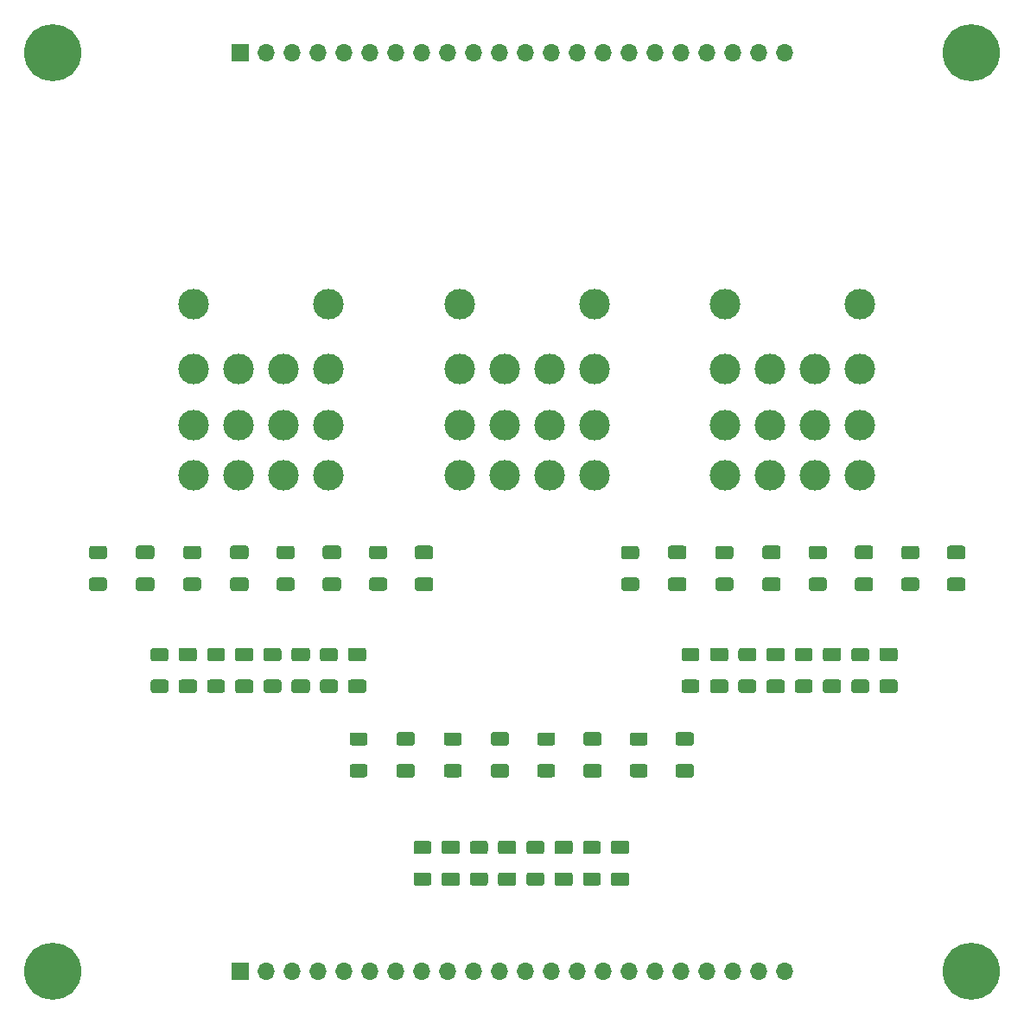
<source format=gbr>
%TF.GenerationSoftware,KiCad,Pcbnew,(5.1.9)-1*%
%TF.CreationDate,2021-11-07T00:19:35+01:00*%
%TF.ProjectId,RelayBoard,52656c61-7942-46f6-9172-642e6b696361,Version 1 *%
%TF.SameCoordinates,Original*%
%TF.FileFunction,Soldermask,Top*%
%TF.FilePolarity,Negative*%
%FSLAX46Y46*%
G04 Gerber Fmt 4.6, Leading zero omitted, Abs format (unit mm)*
G04 Created by KiCad (PCBNEW (5.1.9)-1) date 2021-11-07 00:19:35*
%MOMM*%
%LPD*%
G01*
G04 APERTURE LIST*
%ADD10C,5.600000*%
%ADD11R,1.700000X1.700000*%
%ADD12O,1.700000X1.700000*%
%ADD13C,3.000000*%
G04 APERTURE END LIST*
%TO.C,C1*%
G36*
G01*
X84707143Y-159840000D02*
X83407141Y-159840000D01*
G75*
G02*
X83157142Y-159590001I0J249999D01*
G01*
X83157142Y-158764999D01*
G75*
G02*
X83407141Y-158515000I249999J0D01*
G01*
X84707143Y-158515000D01*
G75*
G02*
X84957142Y-158764999I0J-249999D01*
G01*
X84957142Y-159590001D01*
G75*
G02*
X84707143Y-159840000I-249999J0D01*
G01*
G37*
G36*
G01*
X84707143Y-162965000D02*
X83407141Y-162965000D01*
G75*
G02*
X83157142Y-162715001I0J249999D01*
G01*
X83157142Y-161889999D01*
G75*
G02*
X83407141Y-161640000I249999J0D01*
G01*
X84707143Y-161640000D01*
G75*
G02*
X84957142Y-161889999I0J-249999D01*
G01*
X84957142Y-162715001D01*
G75*
G02*
X84707143Y-162965000I-249999J0D01*
G01*
G37*
%TD*%
%TO.C,C2*%
G36*
G01*
X79175715Y-162965000D02*
X77875713Y-162965000D01*
G75*
G02*
X77625714Y-162715001I0J249999D01*
G01*
X77625714Y-161889999D01*
G75*
G02*
X77875713Y-161640000I249999J0D01*
G01*
X79175715Y-161640000D01*
G75*
G02*
X79425714Y-161889999I0J-249999D01*
G01*
X79425714Y-162715001D01*
G75*
G02*
X79175715Y-162965000I-249999J0D01*
G01*
G37*
G36*
G01*
X79175715Y-159840000D02*
X77875713Y-159840000D01*
G75*
G02*
X77625714Y-159590001I0J249999D01*
G01*
X77625714Y-158764999D01*
G75*
G02*
X77875713Y-158515000I249999J0D01*
G01*
X79175715Y-158515000D01*
G75*
G02*
X79425714Y-158764999I0J-249999D01*
G01*
X79425714Y-159590001D01*
G75*
G02*
X79175715Y-159840000I-249999J0D01*
G01*
G37*
%TD*%
%TO.C,C3*%
G36*
G01*
X90238571Y-159840000D02*
X88938569Y-159840000D01*
G75*
G02*
X88688570Y-159590001I0J249999D01*
G01*
X88688570Y-158764999D01*
G75*
G02*
X88938569Y-158515000I249999J0D01*
G01*
X90238571Y-158515000D01*
G75*
G02*
X90488570Y-158764999I0J-249999D01*
G01*
X90488570Y-159590001D01*
G75*
G02*
X90238571Y-159840000I-249999J0D01*
G01*
G37*
G36*
G01*
X90238571Y-162965000D02*
X88938569Y-162965000D01*
G75*
G02*
X88688570Y-162715001I0J249999D01*
G01*
X88688570Y-161889999D01*
G75*
G02*
X88938569Y-161640000I249999J0D01*
G01*
X90238571Y-161640000D01*
G75*
G02*
X90488570Y-161889999I0J-249999D01*
G01*
X90488570Y-162715001D01*
G75*
G02*
X90238571Y-162965000I-249999J0D01*
G01*
G37*
%TD*%
%TO.C,C4*%
G36*
G01*
X95770001Y-159840000D02*
X94469999Y-159840000D01*
G75*
G02*
X94220000Y-159590001I0J249999D01*
G01*
X94220000Y-158764999D01*
G75*
G02*
X94469999Y-158515000I249999J0D01*
G01*
X95770001Y-158515000D01*
G75*
G02*
X96020000Y-158764999I0J-249999D01*
G01*
X96020000Y-159590001D01*
G75*
G02*
X95770001Y-159840000I-249999J0D01*
G01*
G37*
G36*
G01*
X95770001Y-162965000D02*
X94469999Y-162965000D01*
G75*
G02*
X94220000Y-162715001I0J249999D01*
G01*
X94220000Y-161889999D01*
G75*
G02*
X94469999Y-161640000I249999J0D01*
G01*
X95770001Y-161640000D01*
G75*
G02*
X96020000Y-161889999I0J-249999D01*
G01*
X96020000Y-162715001D01*
G75*
G02*
X95770001Y-162965000I-249999J0D01*
G01*
G37*
%TD*%
%TO.C,C5*%
G36*
G01*
X84230001Y-149840000D02*
X82929999Y-149840000D01*
G75*
G02*
X82680000Y-149590001I0J249999D01*
G01*
X82680000Y-148764999D01*
G75*
G02*
X82929999Y-148515000I249999J0D01*
G01*
X84230001Y-148515000D01*
G75*
G02*
X84480000Y-148764999I0J-249999D01*
G01*
X84480000Y-149590001D01*
G75*
G02*
X84230001Y-149840000I-249999J0D01*
G01*
G37*
G36*
G01*
X84230001Y-152965000D02*
X82929999Y-152965000D01*
G75*
G02*
X82680000Y-152715001I0J249999D01*
G01*
X82680000Y-151889999D01*
G75*
G02*
X82929999Y-151640000I249999J0D01*
G01*
X84230001Y-151640000D01*
G75*
G02*
X84480000Y-151889999I0J-249999D01*
G01*
X84480000Y-152715001D01*
G75*
G02*
X84230001Y-152965000I-249999J0D01*
G01*
G37*
%TD*%
%TO.C,C6*%
G36*
G01*
X74996667Y-152965000D02*
X73696665Y-152965000D01*
G75*
G02*
X73446666Y-152715001I0J249999D01*
G01*
X73446666Y-151889999D01*
G75*
G02*
X73696665Y-151640000I249999J0D01*
G01*
X74996667Y-151640000D01*
G75*
G02*
X75246666Y-151889999I0J-249999D01*
G01*
X75246666Y-152715001D01*
G75*
G02*
X74996667Y-152965000I-249999J0D01*
G01*
G37*
G36*
G01*
X74996667Y-149840000D02*
X73696665Y-149840000D01*
G75*
G02*
X73446666Y-149590001I0J249999D01*
G01*
X73446666Y-148764999D01*
G75*
G02*
X73696665Y-148515000I249999J0D01*
G01*
X74996667Y-148515000D01*
G75*
G02*
X75246666Y-148764999I0J-249999D01*
G01*
X75246666Y-149590001D01*
G75*
G02*
X74996667Y-149840000I-249999J0D01*
G01*
G37*
%TD*%
%TO.C,C7*%
G36*
G01*
X93292857Y-149840000D02*
X91992855Y-149840000D01*
G75*
G02*
X91742856Y-149590001I0J249999D01*
G01*
X91742856Y-148764999D01*
G75*
G02*
X91992855Y-148515000I249999J0D01*
G01*
X93292857Y-148515000D01*
G75*
G02*
X93542856Y-148764999I0J-249999D01*
G01*
X93542856Y-149590001D01*
G75*
G02*
X93292857Y-149840000I-249999J0D01*
G01*
G37*
G36*
G01*
X93292857Y-152965000D02*
X91992855Y-152965000D01*
G75*
G02*
X91742856Y-152715001I0J249999D01*
G01*
X91742856Y-151889999D01*
G75*
G02*
X91992855Y-151640000I249999J0D01*
G01*
X93292857Y-151640000D01*
G75*
G02*
X93542856Y-151889999I0J-249999D01*
G01*
X93542856Y-152715001D01*
G75*
G02*
X93292857Y-152965000I-249999J0D01*
G01*
G37*
%TD*%
%TO.C,C8*%
G36*
G01*
X102322857Y-152965000D02*
X101022855Y-152965000D01*
G75*
G02*
X100772856Y-152715001I0J249999D01*
G01*
X100772856Y-151889999D01*
G75*
G02*
X101022855Y-151640000I249999J0D01*
G01*
X102322857Y-151640000D01*
G75*
G02*
X102572856Y-151889999I0J-249999D01*
G01*
X102572856Y-152715001D01*
G75*
G02*
X102322857Y-152965000I-249999J0D01*
G01*
G37*
G36*
G01*
X102322857Y-149840000D02*
X101022855Y-149840000D01*
G75*
G02*
X100772856Y-149590001I0J249999D01*
G01*
X100772856Y-148764999D01*
G75*
G02*
X101022855Y-148515000I249999J0D01*
G01*
X102322857Y-148515000D01*
G75*
G02*
X102572856Y-148764999I0J-249999D01*
G01*
X102572856Y-149590001D01*
G75*
G02*
X102322857Y-149840000I-249999J0D01*
G01*
G37*
%TD*%
%TO.C,C9*%
G36*
G01*
X136767143Y-162965000D02*
X135467141Y-162965000D01*
G75*
G02*
X135217142Y-162715001I0J249999D01*
G01*
X135217142Y-161889999D01*
G75*
G02*
X135467141Y-161640000I249999J0D01*
G01*
X136767143Y-161640000D01*
G75*
G02*
X137017142Y-161889999I0J-249999D01*
G01*
X137017142Y-162715001D01*
G75*
G02*
X136767143Y-162965000I-249999J0D01*
G01*
G37*
G36*
G01*
X136767143Y-159840000D02*
X135467141Y-159840000D01*
G75*
G02*
X135217142Y-159590001I0J249999D01*
G01*
X135217142Y-158764999D01*
G75*
G02*
X135467141Y-158515000I249999J0D01*
G01*
X136767143Y-158515000D01*
G75*
G02*
X137017142Y-158764999I0J-249999D01*
G01*
X137017142Y-159590001D01*
G75*
G02*
X136767143Y-159840000I-249999J0D01*
G01*
G37*
%TD*%
%TO.C,C10*%
G36*
G01*
X131235715Y-162965000D02*
X129935713Y-162965000D01*
G75*
G02*
X129685714Y-162715001I0J249999D01*
G01*
X129685714Y-161889999D01*
G75*
G02*
X129935713Y-161640000I249999J0D01*
G01*
X131235715Y-161640000D01*
G75*
G02*
X131485714Y-161889999I0J-249999D01*
G01*
X131485714Y-162715001D01*
G75*
G02*
X131235715Y-162965000I-249999J0D01*
G01*
G37*
G36*
G01*
X131235715Y-159840000D02*
X129935713Y-159840000D01*
G75*
G02*
X129685714Y-159590001I0J249999D01*
G01*
X129685714Y-158764999D01*
G75*
G02*
X129935713Y-158515000I249999J0D01*
G01*
X131235715Y-158515000D01*
G75*
G02*
X131485714Y-158764999I0J-249999D01*
G01*
X131485714Y-159590001D01*
G75*
G02*
X131235715Y-159840000I-249999J0D01*
G01*
G37*
%TD*%
%TO.C,C11*%
G36*
G01*
X142298571Y-159840000D02*
X140998569Y-159840000D01*
G75*
G02*
X140748570Y-159590001I0J249999D01*
G01*
X140748570Y-158764999D01*
G75*
G02*
X140998569Y-158515000I249999J0D01*
G01*
X142298571Y-158515000D01*
G75*
G02*
X142548570Y-158764999I0J-249999D01*
G01*
X142548570Y-159590001D01*
G75*
G02*
X142298571Y-159840000I-249999J0D01*
G01*
G37*
G36*
G01*
X142298571Y-162965000D02*
X140998569Y-162965000D01*
G75*
G02*
X140748570Y-162715001I0J249999D01*
G01*
X140748570Y-161889999D01*
G75*
G02*
X140998569Y-161640000I249999J0D01*
G01*
X142298571Y-161640000D01*
G75*
G02*
X142548570Y-161889999I0J-249999D01*
G01*
X142548570Y-162715001D01*
G75*
G02*
X142298571Y-162965000I-249999J0D01*
G01*
G37*
%TD*%
%TO.C,C12*%
G36*
G01*
X147830001Y-159840000D02*
X146529999Y-159840000D01*
G75*
G02*
X146280000Y-159590001I0J249999D01*
G01*
X146280000Y-158764999D01*
G75*
G02*
X146529999Y-158515000I249999J0D01*
G01*
X147830001Y-158515000D01*
G75*
G02*
X148080000Y-158764999I0J-249999D01*
G01*
X148080000Y-159590001D01*
G75*
G02*
X147830001Y-159840000I-249999J0D01*
G01*
G37*
G36*
G01*
X147830001Y-162965000D02*
X146529999Y-162965000D01*
G75*
G02*
X146280000Y-162715001I0J249999D01*
G01*
X146280000Y-161889999D01*
G75*
G02*
X146529999Y-161640000I249999J0D01*
G01*
X147830001Y-161640000D01*
G75*
G02*
X148080000Y-161889999I0J-249999D01*
G01*
X148080000Y-162715001D01*
G75*
G02*
X147830001Y-162965000I-249999J0D01*
G01*
G37*
%TD*%
%TO.C,C13*%
G36*
G01*
X136370001Y-152965000D02*
X135069999Y-152965000D01*
G75*
G02*
X134820000Y-152715001I0J249999D01*
G01*
X134820000Y-151889999D01*
G75*
G02*
X135069999Y-151640000I249999J0D01*
G01*
X136370001Y-151640000D01*
G75*
G02*
X136620000Y-151889999I0J-249999D01*
G01*
X136620000Y-152715001D01*
G75*
G02*
X136370001Y-152965000I-249999J0D01*
G01*
G37*
G36*
G01*
X136370001Y-149840000D02*
X135069999Y-149840000D01*
G75*
G02*
X134820000Y-149590001I0J249999D01*
G01*
X134820000Y-148764999D01*
G75*
G02*
X135069999Y-148515000I249999J0D01*
G01*
X136370001Y-148515000D01*
G75*
G02*
X136620000Y-148764999I0J-249999D01*
G01*
X136620000Y-149590001D01*
G75*
G02*
X136370001Y-149840000I-249999J0D01*
G01*
G37*
%TD*%
%TO.C,C14*%
G36*
G01*
X127136667Y-152965000D02*
X125836665Y-152965000D01*
G75*
G02*
X125586666Y-152715001I0J249999D01*
G01*
X125586666Y-151889999D01*
G75*
G02*
X125836665Y-151640000I249999J0D01*
G01*
X127136667Y-151640000D01*
G75*
G02*
X127386666Y-151889999I0J-249999D01*
G01*
X127386666Y-152715001D01*
G75*
G02*
X127136667Y-152965000I-249999J0D01*
G01*
G37*
G36*
G01*
X127136667Y-149840000D02*
X125836665Y-149840000D01*
G75*
G02*
X125586666Y-149590001I0J249999D01*
G01*
X125586666Y-148764999D01*
G75*
G02*
X125836665Y-148515000I249999J0D01*
G01*
X127136667Y-148515000D01*
G75*
G02*
X127386666Y-148764999I0J-249999D01*
G01*
X127386666Y-149590001D01*
G75*
G02*
X127136667Y-149840000I-249999J0D01*
G01*
G37*
%TD*%
%TO.C,C15*%
G36*
G01*
X145432857Y-149840000D02*
X144132855Y-149840000D01*
G75*
G02*
X143882856Y-149590001I0J249999D01*
G01*
X143882856Y-148764999D01*
G75*
G02*
X144132855Y-148515000I249999J0D01*
G01*
X145432857Y-148515000D01*
G75*
G02*
X145682856Y-148764999I0J-249999D01*
G01*
X145682856Y-149590001D01*
G75*
G02*
X145432857Y-149840000I-249999J0D01*
G01*
G37*
G36*
G01*
X145432857Y-152965000D02*
X144132855Y-152965000D01*
G75*
G02*
X143882856Y-152715001I0J249999D01*
G01*
X143882856Y-151889999D01*
G75*
G02*
X144132855Y-151640000I249999J0D01*
G01*
X145432857Y-151640000D01*
G75*
G02*
X145682856Y-151889999I0J-249999D01*
G01*
X145682856Y-152715001D01*
G75*
G02*
X145432857Y-152965000I-249999J0D01*
G01*
G37*
%TD*%
%TO.C,C16*%
G36*
G01*
X154462857Y-152965000D02*
X153162855Y-152965000D01*
G75*
G02*
X152912856Y-152715001I0J249999D01*
G01*
X152912856Y-151889999D01*
G75*
G02*
X153162855Y-151640000I249999J0D01*
G01*
X154462857Y-151640000D01*
G75*
G02*
X154712856Y-151889999I0J-249999D01*
G01*
X154712856Y-152715001D01*
G75*
G02*
X154462857Y-152965000I-249999J0D01*
G01*
G37*
G36*
G01*
X154462857Y-149840000D02*
X153162855Y-149840000D01*
G75*
G02*
X152912856Y-149590001I0J249999D01*
G01*
X152912856Y-148764999D01*
G75*
G02*
X153162855Y-148515000I249999J0D01*
G01*
X154462857Y-148515000D01*
G75*
G02*
X154712856Y-148764999I0J-249999D01*
G01*
X154712856Y-149590001D01*
G75*
G02*
X154462857Y-149840000I-249999J0D01*
G01*
G37*
%TD*%
%TO.C,C17*%
G36*
G01*
X110467143Y-178730000D02*
X109167141Y-178730000D01*
G75*
G02*
X108917142Y-178480001I0J249999D01*
G01*
X108917142Y-177654999D01*
G75*
G02*
X109167141Y-177405000I249999J0D01*
G01*
X110467143Y-177405000D01*
G75*
G02*
X110717142Y-177654999I0J-249999D01*
G01*
X110717142Y-178480001D01*
G75*
G02*
X110467143Y-178730000I-249999J0D01*
G01*
G37*
G36*
G01*
X110467143Y-181855000D02*
X109167141Y-181855000D01*
G75*
G02*
X108917142Y-181605001I0J249999D01*
G01*
X108917142Y-180779999D01*
G75*
G02*
X109167141Y-180530000I249999J0D01*
G01*
X110467143Y-180530000D01*
G75*
G02*
X110717142Y-180779999I0J-249999D01*
G01*
X110717142Y-181605001D01*
G75*
G02*
X110467143Y-181855000I-249999J0D01*
G01*
G37*
%TD*%
%TO.C,C18*%
G36*
G01*
X104935715Y-178730000D02*
X103635713Y-178730000D01*
G75*
G02*
X103385714Y-178480001I0J249999D01*
G01*
X103385714Y-177654999D01*
G75*
G02*
X103635713Y-177405000I249999J0D01*
G01*
X104935715Y-177405000D01*
G75*
G02*
X105185714Y-177654999I0J-249999D01*
G01*
X105185714Y-178480001D01*
G75*
G02*
X104935715Y-178730000I-249999J0D01*
G01*
G37*
G36*
G01*
X104935715Y-181855000D02*
X103635713Y-181855000D01*
G75*
G02*
X103385714Y-181605001I0J249999D01*
G01*
X103385714Y-180779999D01*
G75*
G02*
X103635713Y-180530000I249999J0D01*
G01*
X104935715Y-180530000D01*
G75*
G02*
X105185714Y-180779999I0J-249999D01*
G01*
X105185714Y-181605001D01*
G75*
G02*
X104935715Y-181855000I-249999J0D01*
G01*
G37*
%TD*%
%TO.C,C19*%
G36*
G01*
X115998571Y-181855000D02*
X114698569Y-181855000D01*
G75*
G02*
X114448570Y-181605001I0J249999D01*
G01*
X114448570Y-180779999D01*
G75*
G02*
X114698569Y-180530000I249999J0D01*
G01*
X115998571Y-180530000D01*
G75*
G02*
X116248570Y-180779999I0J-249999D01*
G01*
X116248570Y-181605001D01*
G75*
G02*
X115998571Y-181855000I-249999J0D01*
G01*
G37*
G36*
G01*
X115998571Y-178730000D02*
X114698569Y-178730000D01*
G75*
G02*
X114448570Y-178480001I0J249999D01*
G01*
X114448570Y-177654999D01*
G75*
G02*
X114698569Y-177405000I249999J0D01*
G01*
X115998571Y-177405000D01*
G75*
G02*
X116248570Y-177654999I0J-249999D01*
G01*
X116248570Y-178480001D01*
G75*
G02*
X115998571Y-178730000I-249999J0D01*
G01*
G37*
%TD*%
%TO.C,C20*%
G36*
G01*
X121530001Y-181855000D02*
X120229999Y-181855000D01*
G75*
G02*
X119980000Y-181605001I0J249999D01*
G01*
X119980000Y-180779999D01*
G75*
G02*
X120229999Y-180530000I249999J0D01*
G01*
X121530001Y-180530000D01*
G75*
G02*
X121780000Y-180779999I0J-249999D01*
G01*
X121780000Y-181605001D01*
G75*
G02*
X121530001Y-181855000I-249999J0D01*
G01*
G37*
G36*
G01*
X121530001Y-178730000D02*
X120229999Y-178730000D01*
G75*
G02*
X119980000Y-178480001I0J249999D01*
G01*
X119980000Y-177654999D01*
G75*
G02*
X120229999Y-177405000I249999J0D01*
G01*
X121530001Y-177405000D01*
G75*
G02*
X121780000Y-177654999I0J-249999D01*
G01*
X121780000Y-178480001D01*
G75*
G02*
X121530001Y-178730000I-249999J0D01*
G01*
G37*
%TD*%
%TO.C,C21*%
G36*
G01*
X109760001Y-168110000D02*
X108459999Y-168110000D01*
G75*
G02*
X108210000Y-167860001I0J249999D01*
G01*
X108210000Y-167034999D01*
G75*
G02*
X108459999Y-166785000I249999J0D01*
G01*
X109760001Y-166785000D01*
G75*
G02*
X110010000Y-167034999I0J-249999D01*
G01*
X110010000Y-167860001D01*
G75*
G02*
X109760001Y-168110000I-249999J0D01*
G01*
G37*
G36*
G01*
X109760001Y-171235000D02*
X108459999Y-171235000D01*
G75*
G02*
X108210000Y-170985001I0J249999D01*
G01*
X108210000Y-170159999D01*
G75*
G02*
X108459999Y-169910000I249999J0D01*
G01*
X109760001Y-169910000D01*
G75*
G02*
X110010000Y-170159999I0J-249999D01*
G01*
X110010000Y-170985001D01*
G75*
G02*
X109760001Y-171235000I-249999J0D01*
G01*
G37*
%TD*%
%TO.C,C22*%
G36*
G01*
X100526667Y-168110000D02*
X99226665Y-168110000D01*
G75*
G02*
X98976666Y-167860001I0J249999D01*
G01*
X98976666Y-167034999D01*
G75*
G02*
X99226665Y-166785000I249999J0D01*
G01*
X100526667Y-166785000D01*
G75*
G02*
X100776666Y-167034999I0J-249999D01*
G01*
X100776666Y-167860001D01*
G75*
G02*
X100526667Y-168110000I-249999J0D01*
G01*
G37*
G36*
G01*
X100526667Y-171235000D02*
X99226665Y-171235000D01*
G75*
G02*
X98976666Y-170985001I0J249999D01*
G01*
X98976666Y-170159999D01*
G75*
G02*
X99226665Y-169910000I249999J0D01*
G01*
X100526667Y-169910000D01*
G75*
G02*
X100776666Y-170159999I0J-249999D01*
G01*
X100776666Y-170985001D01*
G75*
G02*
X100526667Y-171235000I-249999J0D01*
G01*
G37*
%TD*%
%TO.C,C23*%
G36*
G01*
X118822857Y-171235000D02*
X117522855Y-171235000D01*
G75*
G02*
X117272856Y-170985001I0J249999D01*
G01*
X117272856Y-170159999D01*
G75*
G02*
X117522855Y-169910000I249999J0D01*
G01*
X118822857Y-169910000D01*
G75*
G02*
X119072856Y-170159999I0J-249999D01*
G01*
X119072856Y-170985001D01*
G75*
G02*
X118822857Y-171235000I-249999J0D01*
G01*
G37*
G36*
G01*
X118822857Y-168110000D02*
X117522855Y-168110000D01*
G75*
G02*
X117272856Y-167860001I0J249999D01*
G01*
X117272856Y-167034999D01*
G75*
G02*
X117522855Y-166785000I249999J0D01*
G01*
X118822857Y-166785000D01*
G75*
G02*
X119072856Y-167034999I0J-249999D01*
G01*
X119072856Y-167860001D01*
G75*
G02*
X118822857Y-168110000I-249999J0D01*
G01*
G37*
%TD*%
%TO.C,C24*%
G36*
G01*
X127852857Y-171235000D02*
X126552855Y-171235000D01*
G75*
G02*
X126302856Y-170985001I0J249999D01*
G01*
X126302856Y-170159999D01*
G75*
G02*
X126552855Y-169910000I249999J0D01*
G01*
X127852857Y-169910000D01*
G75*
G02*
X128102856Y-170159999I0J-249999D01*
G01*
X128102856Y-170985001D01*
G75*
G02*
X127852857Y-171235000I-249999J0D01*
G01*
G37*
G36*
G01*
X127852857Y-168110000D02*
X126552855Y-168110000D01*
G75*
G02*
X126302856Y-167860001I0J249999D01*
G01*
X126302856Y-167034999D01*
G75*
G02*
X126552855Y-166785000I249999J0D01*
G01*
X127852857Y-166785000D01*
G75*
G02*
X128102856Y-167034999I0J-249999D01*
G01*
X128102856Y-167860001D01*
G75*
G02*
X127852857Y-168110000I-249999J0D01*
G01*
G37*
%TD*%
D10*
%TO.C,H1*%
X155320000Y-100190000D03*
%TD*%
%TO.C,H2*%
X65320000Y-190190000D03*
%TD*%
%TO.C,H3*%
X65320000Y-100190000D03*
%TD*%
%TO.C,H4*%
X155320000Y-190190000D03*
%TD*%
D11*
%TO.C,1*%
X83665000Y-100215000D03*
D12*
X86205000Y-100215000D03*
X88745000Y-100215000D03*
X91285000Y-100215000D03*
X93825000Y-100215000D03*
X96365000Y-100215000D03*
X98905000Y-100215000D03*
X101445000Y-100215000D03*
X103985000Y-100215000D03*
X106525000Y-100215000D03*
X109065000Y-100215000D03*
X111605000Y-100215000D03*
X114145000Y-100215000D03*
X116685000Y-100215000D03*
X119225000Y-100215000D03*
X121765000Y-100215000D03*
X124305000Y-100215000D03*
X126845000Y-100215000D03*
X129385000Y-100215000D03*
X131925000Y-100215000D03*
X134465000Y-100215000D03*
X137005000Y-100215000D03*
%TD*%
%TO.C,44*%
X137005000Y-190215000D03*
X134465000Y-190215000D03*
X131925000Y-190215000D03*
X129385000Y-190215000D03*
X126845000Y-190215000D03*
X124305000Y-190215000D03*
X121765000Y-190215000D03*
X119225000Y-190215000D03*
X116685000Y-190215000D03*
X114145000Y-190215000D03*
X111605000Y-190215000D03*
X109065000Y-190215000D03*
X106525000Y-190215000D03*
X103985000Y-190215000D03*
X101445000Y-190215000D03*
X98905000Y-190215000D03*
X96365000Y-190215000D03*
X93825000Y-190215000D03*
X91285000Y-190215000D03*
X88745000Y-190215000D03*
X86205000Y-190215000D03*
D11*
X83665000Y-190215000D03*
%TD*%
D13*
%TO.C,K1*%
X79130001Y-141640001D03*
X83530001Y-141640001D03*
X87930001Y-141640001D03*
X92330001Y-141640001D03*
X79130001Y-136740001D03*
X83530001Y-136740001D03*
X87930001Y-136740001D03*
X92330001Y-136740001D03*
X79130001Y-131240001D03*
X83530001Y-131240001D03*
X87930001Y-131240001D03*
X92330001Y-131240001D03*
X79130001Y-124890001D03*
X92330001Y-124890001D03*
%TD*%
%TO.C,K3*%
X144350000Y-124890001D03*
X131150000Y-124890001D03*
X144350000Y-131240001D03*
X139950000Y-131240001D03*
X135550000Y-131240001D03*
X131150000Y-131240001D03*
X144350000Y-136740001D03*
X139950000Y-136740001D03*
X135550000Y-136740001D03*
X131150000Y-136740001D03*
X144350000Y-141640001D03*
X139950000Y-141640001D03*
X135550000Y-141640001D03*
X131150000Y-141640001D03*
%TD*%
%TO.C,K2*%
X105140000Y-141640001D03*
X109540000Y-141640001D03*
X113940000Y-141640001D03*
X118340000Y-141640001D03*
X105140000Y-136740001D03*
X109540000Y-136740001D03*
X113940000Y-136740001D03*
X118340000Y-136740001D03*
X105140000Y-131240001D03*
X109540000Y-131240001D03*
X113940000Y-131240001D03*
X118340000Y-131240001D03*
X105140000Y-124890001D03*
X118340000Y-124890001D03*
%TD*%
%TO.C,R1*%
G36*
G01*
X81916428Y-159840000D02*
X80666428Y-159840000D01*
G75*
G02*
X80416428Y-159590000I0J250000D01*
G01*
X80416428Y-158790000D01*
G75*
G02*
X80666428Y-158540000I250000J0D01*
G01*
X81916428Y-158540000D01*
G75*
G02*
X82166428Y-158790000I0J-250000D01*
G01*
X82166428Y-159590000D01*
G75*
G02*
X81916428Y-159840000I-250000J0D01*
G01*
G37*
G36*
G01*
X81916428Y-162940000D02*
X80666428Y-162940000D01*
G75*
G02*
X80416428Y-162690000I0J250000D01*
G01*
X80416428Y-161890000D01*
G75*
G02*
X80666428Y-161640000I250000J0D01*
G01*
X81916428Y-161640000D01*
G75*
G02*
X82166428Y-161890000I0J-250000D01*
G01*
X82166428Y-162690000D01*
G75*
G02*
X81916428Y-162940000I-250000J0D01*
G01*
G37*
%TD*%
%TO.C,R2*%
G36*
G01*
X76385000Y-159840000D02*
X75135000Y-159840000D01*
G75*
G02*
X74885000Y-159590000I0J250000D01*
G01*
X74885000Y-158790000D01*
G75*
G02*
X75135000Y-158540000I250000J0D01*
G01*
X76385000Y-158540000D01*
G75*
G02*
X76635000Y-158790000I0J-250000D01*
G01*
X76635000Y-159590000D01*
G75*
G02*
X76385000Y-159840000I-250000J0D01*
G01*
G37*
G36*
G01*
X76385000Y-162940000D02*
X75135000Y-162940000D01*
G75*
G02*
X74885000Y-162690000I0J250000D01*
G01*
X74885000Y-161890000D01*
G75*
G02*
X75135000Y-161640000I250000J0D01*
G01*
X76385000Y-161640000D01*
G75*
G02*
X76635000Y-161890000I0J-250000D01*
G01*
X76635000Y-162690000D01*
G75*
G02*
X76385000Y-162940000I-250000J0D01*
G01*
G37*
%TD*%
%TO.C,R3*%
G36*
G01*
X87447856Y-159840000D02*
X86197856Y-159840000D01*
G75*
G02*
X85947856Y-159590000I0J250000D01*
G01*
X85947856Y-158790000D01*
G75*
G02*
X86197856Y-158540000I250000J0D01*
G01*
X87447856Y-158540000D01*
G75*
G02*
X87697856Y-158790000I0J-250000D01*
G01*
X87697856Y-159590000D01*
G75*
G02*
X87447856Y-159840000I-250000J0D01*
G01*
G37*
G36*
G01*
X87447856Y-162940000D02*
X86197856Y-162940000D01*
G75*
G02*
X85947856Y-162690000I0J250000D01*
G01*
X85947856Y-161890000D01*
G75*
G02*
X86197856Y-161640000I250000J0D01*
G01*
X87447856Y-161640000D01*
G75*
G02*
X87697856Y-161890000I0J-250000D01*
G01*
X87697856Y-162690000D01*
G75*
G02*
X87447856Y-162940000I-250000J0D01*
G01*
G37*
%TD*%
%TO.C,R4*%
G36*
G01*
X92979284Y-162940000D02*
X91729284Y-162940000D01*
G75*
G02*
X91479284Y-162690000I0J250000D01*
G01*
X91479284Y-161890000D01*
G75*
G02*
X91729284Y-161640000I250000J0D01*
G01*
X92979284Y-161640000D01*
G75*
G02*
X93229284Y-161890000I0J-250000D01*
G01*
X93229284Y-162690000D01*
G75*
G02*
X92979284Y-162940000I-250000J0D01*
G01*
G37*
G36*
G01*
X92979284Y-159840000D02*
X91729284Y-159840000D01*
G75*
G02*
X91479284Y-159590000I0J250000D01*
G01*
X91479284Y-158790000D01*
G75*
G02*
X91729284Y-158540000I250000J0D01*
G01*
X92979284Y-158540000D01*
G75*
G02*
X93229284Y-158790000I0J-250000D01*
G01*
X93229284Y-159590000D01*
G75*
G02*
X92979284Y-159840000I-250000J0D01*
G01*
G37*
%TD*%
%TO.C,R5*%
G36*
G01*
X79588332Y-152940000D02*
X78338332Y-152940000D01*
G75*
G02*
X78088332Y-152690000I0J250000D01*
G01*
X78088332Y-151890000D01*
G75*
G02*
X78338332Y-151640000I250000J0D01*
G01*
X79588332Y-151640000D01*
G75*
G02*
X79838332Y-151890000I0J-250000D01*
G01*
X79838332Y-152690000D01*
G75*
G02*
X79588332Y-152940000I-250000J0D01*
G01*
G37*
G36*
G01*
X79588332Y-149840000D02*
X78338332Y-149840000D01*
G75*
G02*
X78088332Y-149590000I0J250000D01*
G01*
X78088332Y-148790000D01*
G75*
G02*
X78338332Y-148540000I250000J0D01*
G01*
X79588332Y-148540000D01*
G75*
G02*
X79838332Y-148790000I0J-250000D01*
G01*
X79838332Y-149590000D01*
G75*
G02*
X79588332Y-149840000I-250000J0D01*
G01*
G37*
%TD*%
%TO.C,R6*%
G36*
G01*
X70355000Y-149840000D02*
X69105000Y-149840000D01*
G75*
G02*
X68855000Y-149590000I0J250000D01*
G01*
X68855000Y-148790000D01*
G75*
G02*
X69105000Y-148540000I250000J0D01*
G01*
X70355000Y-148540000D01*
G75*
G02*
X70605000Y-148790000I0J-250000D01*
G01*
X70605000Y-149590000D01*
G75*
G02*
X70355000Y-149840000I-250000J0D01*
G01*
G37*
G36*
G01*
X70355000Y-152940000D02*
X69105000Y-152940000D01*
G75*
G02*
X68855000Y-152690000I0J250000D01*
G01*
X68855000Y-151890000D01*
G75*
G02*
X69105000Y-151640000I250000J0D01*
G01*
X70355000Y-151640000D01*
G75*
G02*
X70605000Y-151890000I0J-250000D01*
G01*
X70605000Y-152690000D01*
G75*
G02*
X70355000Y-152940000I-250000J0D01*
G01*
G37*
%TD*%
%TO.C,R7*%
G36*
G01*
X88736428Y-149840000D02*
X87486428Y-149840000D01*
G75*
G02*
X87236428Y-149590000I0J250000D01*
G01*
X87236428Y-148790000D01*
G75*
G02*
X87486428Y-148540000I250000J0D01*
G01*
X88736428Y-148540000D01*
G75*
G02*
X88986428Y-148790000I0J-250000D01*
G01*
X88986428Y-149590000D01*
G75*
G02*
X88736428Y-149840000I-250000J0D01*
G01*
G37*
G36*
G01*
X88736428Y-152940000D02*
X87486428Y-152940000D01*
G75*
G02*
X87236428Y-152690000I0J250000D01*
G01*
X87236428Y-151890000D01*
G75*
G02*
X87486428Y-151640000I250000J0D01*
G01*
X88736428Y-151640000D01*
G75*
G02*
X88986428Y-151890000I0J-250000D01*
G01*
X88986428Y-152690000D01*
G75*
G02*
X88736428Y-152940000I-250000J0D01*
G01*
G37*
%TD*%
%TO.C,R8*%
G36*
G01*
X97799284Y-152940000D02*
X96549284Y-152940000D01*
G75*
G02*
X96299284Y-152690000I0J250000D01*
G01*
X96299284Y-151890000D01*
G75*
G02*
X96549284Y-151640000I250000J0D01*
G01*
X97799284Y-151640000D01*
G75*
G02*
X98049284Y-151890000I0J-250000D01*
G01*
X98049284Y-152690000D01*
G75*
G02*
X97799284Y-152940000I-250000J0D01*
G01*
G37*
G36*
G01*
X97799284Y-149840000D02*
X96549284Y-149840000D01*
G75*
G02*
X96299284Y-149590000I0J250000D01*
G01*
X96299284Y-148790000D01*
G75*
G02*
X96549284Y-148540000I250000J0D01*
G01*
X97799284Y-148540000D01*
G75*
G02*
X98049284Y-148790000I0J-250000D01*
G01*
X98049284Y-149590000D01*
G75*
G02*
X97799284Y-149840000I-250000J0D01*
G01*
G37*
%TD*%
%TO.C,R9*%
G36*
G01*
X133976428Y-162940000D02*
X132726428Y-162940000D01*
G75*
G02*
X132476428Y-162690000I0J250000D01*
G01*
X132476428Y-161890000D01*
G75*
G02*
X132726428Y-161640000I250000J0D01*
G01*
X133976428Y-161640000D01*
G75*
G02*
X134226428Y-161890000I0J-250000D01*
G01*
X134226428Y-162690000D01*
G75*
G02*
X133976428Y-162940000I-250000J0D01*
G01*
G37*
G36*
G01*
X133976428Y-159840000D02*
X132726428Y-159840000D01*
G75*
G02*
X132476428Y-159590000I0J250000D01*
G01*
X132476428Y-158790000D01*
G75*
G02*
X132726428Y-158540000I250000J0D01*
G01*
X133976428Y-158540000D01*
G75*
G02*
X134226428Y-158790000I0J-250000D01*
G01*
X134226428Y-159590000D01*
G75*
G02*
X133976428Y-159840000I-250000J0D01*
G01*
G37*
%TD*%
%TO.C,R10*%
G36*
G01*
X128405000Y-159840000D02*
X127155000Y-159840000D01*
G75*
G02*
X126905000Y-159590000I0J250000D01*
G01*
X126905000Y-158790000D01*
G75*
G02*
X127155000Y-158540000I250000J0D01*
G01*
X128405000Y-158540000D01*
G75*
G02*
X128655000Y-158790000I0J-250000D01*
G01*
X128655000Y-159590000D01*
G75*
G02*
X128405000Y-159840000I-250000J0D01*
G01*
G37*
G36*
G01*
X128405000Y-162940000D02*
X127155000Y-162940000D01*
G75*
G02*
X126905000Y-162690000I0J250000D01*
G01*
X126905000Y-161890000D01*
G75*
G02*
X127155000Y-161640000I250000J0D01*
G01*
X128405000Y-161640000D01*
G75*
G02*
X128655000Y-161890000I0J-250000D01*
G01*
X128655000Y-162690000D01*
G75*
G02*
X128405000Y-162940000I-250000J0D01*
G01*
G37*
%TD*%
%TO.C,R11*%
G36*
G01*
X139507856Y-162940000D02*
X138257856Y-162940000D01*
G75*
G02*
X138007856Y-162690000I0J250000D01*
G01*
X138007856Y-161890000D01*
G75*
G02*
X138257856Y-161640000I250000J0D01*
G01*
X139507856Y-161640000D01*
G75*
G02*
X139757856Y-161890000I0J-250000D01*
G01*
X139757856Y-162690000D01*
G75*
G02*
X139507856Y-162940000I-250000J0D01*
G01*
G37*
G36*
G01*
X139507856Y-159840000D02*
X138257856Y-159840000D01*
G75*
G02*
X138007856Y-159590000I0J250000D01*
G01*
X138007856Y-158790000D01*
G75*
G02*
X138257856Y-158540000I250000J0D01*
G01*
X139507856Y-158540000D01*
G75*
G02*
X139757856Y-158790000I0J-250000D01*
G01*
X139757856Y-159590000D01*
G75*
G02*
X139507856Y-159840000I-250000J0D01*
G01*
G37*
%TD*%
%TO.C,R12*%
G36*
G01*
X145039284Y-162940000D02*
X143789284Y-162940000D01*
G75*
G02*
X143539284Y-162690000I0J250000D01*
G01*
X143539284Y-161890000D01*
G75*
G02*
X143789284Y-161640000I250000J0D01*
G01*
X145039284Y-161640000D01*
G75*
G02*
X145289284Y-161890000I0J-250000D01*
G01*
X145289284Y-162690000D01*
G75*
G02*
X145039284Y-162940000I-250000J0D01*
G01*
G37*
G36*
G01*
X145039284Y-159840000D02*
X143789284Y-159840000D01*
G75*
G02*
X143539284Y-159590000I0J250000D01*
G01*
X143539284Y-158790000D01*
G75*
G02*
X143789284Y-158540000I250000J0D01*
G01*
X145039284Y-158540000D01*
G75*
G02*
X145289284Y-158790000I0J-250000D01*
G01*
X145289284Y-159590000D01*
G75*
G02*
X145039284Y-159840000I-250000J0D01*
G01*
G37*
%TD*%
%TO.C,R13*%
G36*
G01*
X131728332Y-152940000D02*
X130478332Y-152940000D01*
G75*
G02*
X130228332Y-152690000I0J250000D01*
G01*
X130228332Y-151890000D01*
G75*
G02*
X130478332Y-151640000I250000J0D01*
G01*
X131728332Y-151640000D01*
G75*
G02*
X131978332Y-151890000I0J-250000D01*
G01*
X131978332Y-152690000D01*
G75*
G02*
X131728332Y-152940000I-250000J0D01*
G01*
G37*
G36*
G01*
X131728332Y-149840000D02*
X130478332Y-149840000D01*
G75*
G02*
X130228332Y-149590000I0J250000D01*
G01*
X130228332Y-148790000D01*
G75*
G02*
X130478332Y-148540000I250000J0D01*
G01*
X131728332Y-148540000D01*
G75*
G02*
X131978332Y-148790000I0J-250000D01*
G01*
X131978332Y-149590000D01*
G75*
G02*
X131728332Y-149840000I-250000J0D01*
G01*
G37*
%TD*%
%TO.C,R14*%
G36*
G01*
X122495000Y-149840000D02*
X121245000Y-149840000D01*
G75*
G02*
X120995000Y-149590000I0J250000D01*
G01*
X120995000Y-148790000D01*
G75*
G02*
X121245000Y-148540000I250000J0D01*
G01*
X122495000Y-148540000D01*
G75*
G02*
X122745000Y-148790000I0J-250000D01*
G01*
X122745000Y-149590000D01*
G75*
G02*
X122495000Y-149840000I-250000J0D01*
G01*
G37*
G36*
G01*
X122495000Y-152940000D02*
X121245000Y-152940000D01*
G75*
G02*
X120995000Y-152690000I0J250000D01*
G01*
X120995000Y-151890000D01*
G75*
G02*
X121245000Y-151640000I250000J0D01*
G01*
X122495000Y-151640000D01*
G75*
G02*
X122745000Y-151890000I0J-250000D01*
G01*
X122745000Y-152690000D01*
G75*
G02*
X122495000Y-152940000I-250000J0D01*
G01*
G37*
%TD*%
%TO.C,R15*%
G36*
G01*
X140876428Y-152940000D02*
X139626428Y-152940000D01*
G75*
G02*
X139376428Y-152690000I0J250000D01*
G01*
X139376428Y-151890000D01*
G75*
G02*
X139626428Y-151640000I250000J0D01*
G01*
X140876428Y-151640000D01*
G75*
G02*
X141126428Y-151890000I0J-250000D01*
G01*
X141126428Y-152690000D01*
G75*
G02*
X140876428Y-152940000I-250000J0D01*
G01*
G37*
G36*
G01*
X140876428Y-149840000D02*
X139626428Y-149840000D01*
G75*
G02*
X139376428Y-149590000I0J250000D01*
G01*
X139376428Y-148790000D01*
G75*
G02*
X139626428Y-148540000I250000J0D01*
G01*
X140876428Y-148540000D01*
G75*
G02*
X141126428Y-148790000I0J-250000D01*
G01*
X141126428Y-149590000D01*
G75*
G02*
X140876428Y-149840000I-250000J0D01*
G01*
G37*
%TD*%
%TO.C,R16*%
G36*
G01*
X149939284Y-149840000D02*
X148689284Y-149840000D01*
G75*
G02*
X148439284Y-149590000I0J250000D01*
G01*
X148439284Y-148790000D01*
G75*
G02*
X148689284Y-148540000I250000J0D01*
G01*
X149939284Y-148540000D01*
G75*
G02*
X150189284Y-148790000I0J-250000D01*
G01*
X150189284Y-149590000D01*
G75*
G02*
X149939284Y-149840000I-250000J0D01*
G01*
G37*
G36*
G01*
X149939284Y-152940000D02*
X148689284Y-152940000D01*
G75*
G02*
X148439284Y-152690000I0J250000D01*
G01*
X148439284Y-151890000D01*
G75*
G02*
X148689284Y-151640000I250000J0D01*
G01*
X149939284Y-151640000D01*
G75*
G02*
X150189284Y-151890000I0J-250000D01*
G01*
X150189284Y-152690000D01*
G75*
G02*
X149939284Y-152940000I-250000J0D01*
G01*
G37*
%TD*%
%TO.C,R17*%
G36*
G01*
X107676428Y-181830000D02*
X106426428Y-181830000D01*
G75*
G02*
X106176428Y-181580000I0J250000D01*
G01*
X106176428Y-180780000D01*
G75*
G02*
X106426428Y-180530000I250000J0D01*
G01*
X107676428Y-180530000D01*
G75*
G02*
X107926428Y-180780000I0J-250000D01*
G01*
X107926428Y-181580000D01*
G75*
G02*
X107676428Y-181830000I-250000J0D01*
G01*
G37*
G36*
G01*
X107676428Y-178730000D02*
X106426428Y-178730000D01*
G75*
G02*
X106176428Y-178480000I0J250000D01*
G01*
X106176428Y-177680000D01*
G75*
G02*
X106426428Y-177430000I250000J0D01*
G01*
X107676428Y-177430000D01*
G75*
G02*
X107926428Y-177680000I0J-250000D01*
G01*
X107926428Y-178480000D01*
G75*
G02*
X107676428Y-178730000I-250000J0D01*
G01*
G37*
%TD*%
%TO.C,R18*%
G36*
G01*
X102145000Y-178730000D02*
X100895000Y-178730000D01*
G75*
G02*
X100645000Y-178480000I0J250000D01*
G01*
X100645000Y-177680000D01*
G75*
G02*
X100895000Y-177430000I250000J0D01*
G01*
X102145000Y-177430000D01*
G75*
G02*
X102395000Y-177680000I0J-250000D01*
G01*
X102395000Y-178480000D01*
G75*
G02*
X102145000Y-178730000I-250000J0D01*
G01*
G37*
G36*
G01*
X102145000Y-181830000D02*
X100895000Y-181830000D01*
G75*
G02*
X100645000Y-181580000I0J250000D01*
G01*
X100645000Y-180780000D01*
G75*
G02*
X100895000Y-180530000I250000J0D01*
G01*
X102145000Y-180530000D01*
G75*
G02*
X102395000Y-180780000I0J-250000D01*
G01*
X102395000Y-181580000D01*
G75*
G02*
X102145000Y-181830000I-250000J0D01*
G01*
G37*
%TD*%
%TO.C,R19*%
G36*
G01*
X113207856Y-181830000D02*
X111957856Y-181830000D01*
G75*
G02*
X111707856Y-181580000I0J250000D01*
G01*
X111707856Y-180780000D01*
G75*
G02*
X111957856Y-180530000I250000J0D01*
G01*
X113207856Y-180530000D01*
G75*
G02*
X113457856Y-180780000I0J-250000D01*
G01*
X113457856Y-181580000D01*
G75*
G02*
X113207856Y-181830000I-250000J0D01*
G01*
G37*
G36*
G01*
X113207856Y-178730000D02*
X111957856Y-178730000D01*
G75*
G02*
X111707856Y-178480000I0J250000D01*
G01*
X111707856Y-177680000D01*
G75*
G02*
X111957856Y-177430000I250000J0D01*
G01*
X113207856Y-177430000D01*
G75*
G02*
X113457856Y-177680000I0J-250000D01*
G01*
X113457856Y-178480000D01*
G75*
G02*
X113207856Y-178730000I-250000J0D01*
G01*
G37*
%TD*%
%TO.C,R20*%
G36*
G01*
X118739284Y-178730000D02*
X117489284Y-178730000D01*
G75*
G02*
X117239284Y-178480000I0J250000D01*
G01*
X117239284Y-177680000D01*
G75*
G02*
X117489284Y-177430000I250000J0D01*
G01*
X118739284Y-177430000D01*
G75*
G02*
X118989284Y-177680000I0J-250000D01*
G01*
X118989284Y-178480000D01*
G75*
G02*
X118739284Y-178730000I-250000J0D01*
G01*
G37*
G36*
G01*
X118739284Y-181830000D02*
X117489284Y-181830000D01*
G75*
G02*
X117239284Y-181580000I0J250000D01*
G01*
X117239284Y-180780000D01*
G75*
G02*
X117489284Y-180530000I250000J0D01*
G01*
X118739284Y-180530000D01*
G75*
G02*
X118989284Y-180780000I0J-250000D01*
G01*
X118989284Y-181580000D01*
G75*
G02*
X118739284Y-181830000I-250000J0D01*
G01*
G37*
%TD*%
%TO.C,R21*%
G36*
G01*
X105118332Y-171210000D02*
X103868332Y-171210000D01*
G75*
G02*
X103618332Y-170960000I0J250000D01*
G01*
X103618332Y-170160000D01*
G75*
G02*
X103868332Y-169910000I250000J0D01*
G01*
X105118332Y-169910000D01*
G75*
G02*
X105368332Y-170160000I0J-250000D01*
G01*
X105368332Y-170960000D01*
G75*
G02*
X105118332Y-171210000I-250000J0D01*
G01*
G37*
G36*
G01*
X105118332Y-168110000D02*
X103868332Y-168110000D01*
G75*
G02*
X103618332Y-167860000I0J250000D01*
G01*
X103618332Y-167060000D01*
G75*
G02*
X103868332Y-166810000I250000J0D01*
G01*
X105118332Y-166810000D01*
G75*
G02*
X105368332Y-167060000I0J-250000D01*
G01*
X105368332Y-167860000D01*
G75*
G02*
X105118332Y-168110000I-250000J0D01*
G01*
G37*
%TD*%
%TO.C,R22*%
G36*
G01*
X95885000Y-171210000D02*
X94635000Y-171210000D01*
G75*
G02*
X94385000Y-170960000I0J250000D01*
G01*
X94385000Y-170160000D01*
G75*
G02*
X94635000Y-169910000I250000J0D01*
G01*
X95885000Y-169910000D01*
G75*
G02*
X96135000Y-170160000I0J-250000D01*
G01*
X96135000Y-170960000D01*
G75*
G02*
X95885000Y-171210000I-250000J0D01*
G01*
G37*
G36*
G01*
X95885000Y-168110000D02*
X94635000Y-168110000D01*
G75*
G02*
X94385000Y-167860000I0J250000D01*
G01*
X94385000Y-167060000D01*
G75*
G02*
X94635000Y-166810000I250000J0D01*
G01*
X95885000Y-166810000D01*
G75*
G02*
X96135000Y-167060000I0J-250000D01*
G01*
X96135000Y-167860000D01*
G75*
G02*
X95885000Y-168110000I-250000J0D01*
G01*
G37*
%TD*%
%TO.C,R23*%
G36*
G01*
X114266428Y-168110000D02*
X113016428Y-168110000D01*
G75*
G02*
X112766428Y-167860000I0J250000D01*
G01*
X112766428Y-167060000D01*
G75*
G02*
X113016428Y-166810000I250000J0D01*
G01*
X114266428Y-166810000D01*
G75*
G02*
X114516428Y-167060000I0J-250000D01*
G01*
X114516428Y-167860000D01*
G75*
G02*
X114266428Y-168110000I-250000J0D01*
G01*
G37*
G36*
G01*
X114266428Y-171210000D02*
X113016428Y-171210000D01*
G75*
G02*
X112766428Y-170960000I0J250000D01*
G01*
X112766428Y-170160000D01*
G75*
G02*
X113016428Y-169910000I250000J0D01*
G01*
X114266428Y-169910000D01*
G75*
G02*
X114516428Y-170160000I0J-250000D01*
G01*
X114516428Y-170960000D01*
G75*
G02*
X114266428Y-171210000I-250000J0D01*
G01*
G37*
%TD*%
%TO.C,R24*%
G36*
G01*
X123329284Y-168110000D02*
X122079284Y-168110000D01*
G75*
G02*
X121829284Y-167860000I0J250000D01*
G01*
X121829284Y-167060000D01*
G75*
G02*
X122079284Y-166810000I250000J0D01*
G01*
X123329284Y-166810000D01*
G75*
G02*
X123579284Y-167060000I0J-250000D01*
G01*
X123579284Y-167860000D01*
G75*
G02*
X123329284Y-168110000I-250000J0D01*
G01*
G37*
G36*
G01*
X123329284Y-171210000D02*
X122079284Y-171210000D01*
G75*
G02*
X121829284Y-170960000I0J250000D01*
G01*
X121829284Y-170160000D01*
G75*
G02*
X122079284Y-169910000I250000J0D01*
G01*
X123329284Y-169910000D01*
G75*
G02*
X123579284Y-170160000I0J-250000D01*
G01*
X123579284Y-170960000D01*
G75*
G02*
X123329284Y-171210000I-250000J0D01*
G01*
G37*
%TD*%
M02*

</source>
